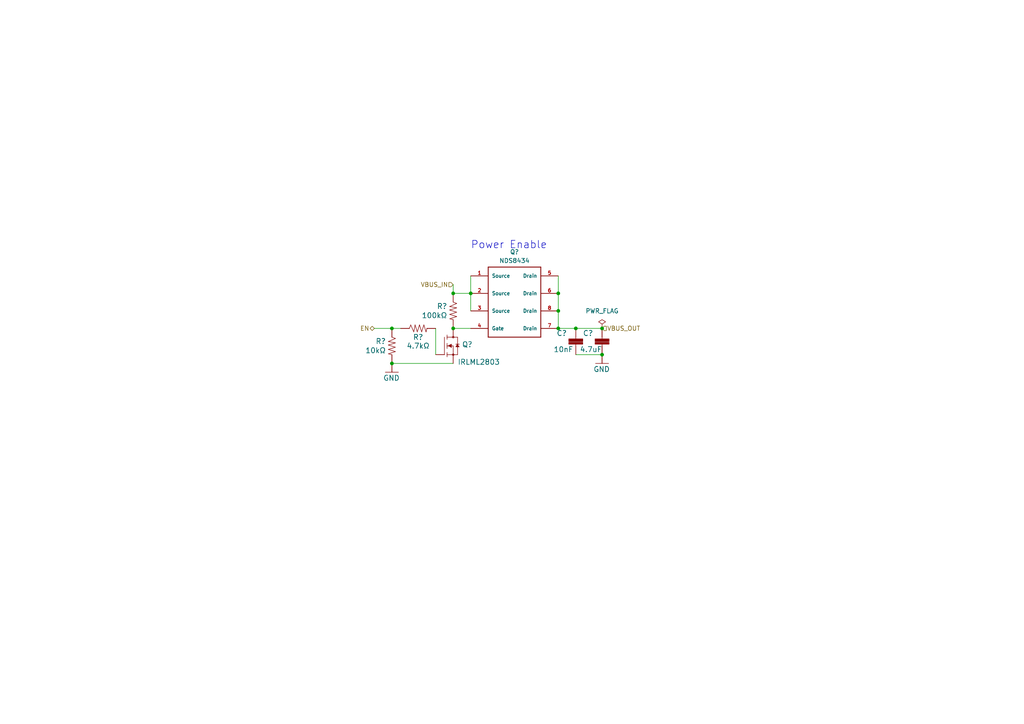
<source format=kicad_sch>
(kicad_sch (version 20230121) (generator eeschema)
  (paper "A4")
  (lib_symbols
    (symbol "adcs:NDS8434" (pin_names (offset 1.016))
      (property "Reference" "Q2" (at -1.27 11.43 0))
      (property "Value" "NDS8434" (at -5.08 -12.7 0))
      (symbol "NDS8434_0_0"
        (polyline (pts (xy -7.62 -10.16) (xy -7.62 10.16)) (stroke (width 0.254)))
        (polyline (pts (xy -7.62 10.16) (xy 7.62 10.16)) (stroke (width 0.254)))
        (polyline (pts (xy 7.62 -10.16) (xy -7.62 -10.16)) (stroke (width 0.254)))
        (polyline (pts (xy 7.62 10.16) (xy 7.62 -10.16)) (stroke (width 0.254)))
        (pin bidirectional line (at -12.7 7.62 0) (length 5.08) (name "Source") (number "1"))
        (pin bidirectional line (at -12.7 2.54 0) (length 5.08) (name "Source") (number "2"))
        (pin bidirectional line (at -12.7 -2.54 0) (length 5.08) (name "Source") (number "3"))
        (pin bidirectional line (at -12.7 -7.62 0) (length 5.08) (name "Gate") (number "4"))
        (pin bidirectional line (at 12.7 7.62 180) (length 5.08) (name "Drain") (number "5"))
        (pin bidirectional line (at 12.7 2.54 180) (length 5.08) (name "Drain") (number "6"))
        (pin bidirectional line (at 12.7 -7.62 180) (length 5.08) (name "Drain") (number "7"))
        (pin bidirectional line (at 12.7 -2.54 180) (length 5.08) (name "Drain") (number "8"))
      )
    )
    (symbol "mainboard:GND" (power) (pin_names (offset 1.016))
      (property "Value" "GND" (at -2.54 -2.54 0))
      (symbol "GND_1_0"
        (polyline (pts (xy -1.905 0) (xy 1.905 0)))
        (pin power_in line (at 0 2.54 270) (length 2.54) (name "GND") (number "1"))
      )
    )
    (symbol "mainboard:IRLML2803TRPBF" (pin_names (offset 1.016))
      (property "Reference" "Q" (at -11.43 1.27 0))
      (property "Value" "IRLML2803TRPBF" (at -11.43 3.81 0))
      (symbol "IRLML2803TRPBF_1_0"
        (polyline (pts (xy 0 2.54) (xy 0 -2.54)))
        (polyline (pts (xy 0.762 -2.54) (xy 0.762 -3.175)))
        (polyline (pts (xy 0.762 -1.905) (xy 0.762 -2.54)))
        (polyline (pts (xy 0.762 0) (xy 0.762 -0.762)))
        (polyline (pts (xy 0.762 0) (xy 2.54 0)))
        (polyline (pts (xy 0.762 0.762) (xy 0.762 0)))
        (polyline (pts (xy 0.762 2.54) (xy 0.762 1.905)))
        (polyline (pts (xy 0.762 2.54) (xy 3.81 2.54)))
        (polyline (pts (xy 0.762 3.175) (xy 0.762 2.54)))
        (polyline (pts (xy 2.54 -2.54) (xy 0.762 -2.54)))
        (polyline (pts (xy 2.54 -2.54) (xy 3.81 -2.54)))
        (polyline (pts (xy 2.54 0) (xy 2.54 -2.54)))
        (polyline (pts (xy 3.302 0.508) (xy 3.81 0.508)))
        (polyline (pts (xy 3.81 -0.508) (xy 3.81 -2.54)))
        (polyline (pts (xy 3.81 0.508) (xy 3.81 -0.508)))
        (polyline (pts (xy 3.81 0.508) (xy 4.318 0.508)))
        (polyline (pts (xy 3.81 2.54) (xy 3.81 0.508)))
        (polyline (pts (xy 1.016 0) (xy 2.032 0.508) (xy 2.032 -0.508)) (fill (type outline)))
        (polyline (pts (xy 3.81 0.508) (xy 3.302 -0.254) (xy 4.318 -0.254)) (fill (type outline)))
        (circle (center 2.54 -2.54) (radius 0.254))
        (circle (center 2.54 2.54) (radius 0.254))
        (pin passive line (at -2.54 -2.54 0) (length 2.54) (name "G") (number "1"))
        (pin passive line (at 2.54 -5.08 90) (length 2.54) (name "S") (number "2"))
        (pin passive line (at 2.54 5.08 270) (length 2.54) (name "D") (number "3"))
      )
    )
    (symbol "mainboard:R-US_R0603" (pin_names (offset 1.016))
      (property "Reference" "R" (at -3.81 1.4986 0))
      (property "Value" "R-US_R0603" (at -3.81 -3.302 0))
      (symbol "R-US_R0603_1_0"
        (polyline (pts (xy -2.54 0) (xy -2.159 1.016)))
        (polyline (pts (xy -2.159 1.016) (xy -1.27 -1.016)))
        (polyline (pts (xy -1.27 -1.016) (xy -0.889 1.016)))
        (polyline (pts (xy -0.889 1.016) (xy -0.254 -1.016)))
        (polyline (pts (xy -0.254 -1.016) (xy 0.381 1.016)))
        (polyline (pts (xy 0.381 1.016) (xy 1.016 -1.016)))
        (polyline (pts (xy 1.016 -1.016) (xy 1.651 1.016)))
        (polyline (pts (xy 1.651 1.016) (xy 2.286 -1.016)))
        (polyline (pts (xy 2.286 -1.016) (xy 2.54 0)))
        (pin passive line (at -5.08 0 0) (length 2.54) (name "1") (number "1"))
        (pin passive line (at 5.08 0 180) (length 2.54) (name "2") (number "2"))
      )
    )
    (symbol "power:PWR_FLAG" (power) (pin_numbers hide) (pin_names (offset 0) hide)
      (property "Value" "PWR_FLAG" (at 0 3.81 0))
      (symbol "PWR_FLAG_0_0"
        (pin power_out line (at 0 0 90) (length 0) (name "pwr") (number "1"))
      )
      (symbol "PWR_FLAG_0_1"
        (polyline (pts (xy 0 0) (xy 0 1.27) (xy -1.016 1.905) (xy 0 2.54) (xy 1.016 1.905) (xy 0 1.27)))
      )
    )
    (symbol "pycubed_mainboard:10NF_10000PF-50V-10%(0603)" (pin_names (offset 1.016))
      (property "Reference" "C" (at 1.27 2.921 0))
      (property "Value" "10NF_10000PF-50V-10%(0603)" (at 1.27 -2.159 0))
      (symbol "10NF_10000PF-50V-10%(0603)_1_0"
        (rectangle (start -2.032 0.508) (end 2.032 1.016) (fill (type outline)))
        (rectangle (start -2.032 1.27) (end 2.032 2.032) (fill (type outline)))
        (polyline (pts (xy 0 0) (xy 0 0.508)))
        (polyline (pts (xy 0 2.54) (xy 0 2.032)))
        (pin passive line (at 0 5.08 270) (length 2.54) (name "1") (number "1"))
        (pin passive line (at 0 -2.54 90) (length 2.54) (name "2") (number "2"))
      )
    )
  )
  (junction (at 131.445 85.09))
  (junction (at 131.445 95.25))
  (junction (at 161.925 95.25))
  (junction (at 113.665 95.25))
  (junction (at 174.625 102.87))
  (junction (at 161.925 90.17))
  (junction (at 136.525 85.09))
  (junction (at 113.665 105.41))
  (junction (at 167.005 95.25))
  (junction (at 174.625 95.25))
  (junction (at 161.925 85.09))
  (wire (pts (xy 113.665 95.25) (xy 108.585 95.25)))
  (wire (pts (xy 161.925 95.25) (xy 167.005 95.25)))
  (wire (pts (xy 136.525 85.09) (xy 131.445 85.09)))
  (wire (pts (xy 161.925 90.17) (xy 161.925 95.25)))
  (wire (pts (xy 136.525 80.01) (xy 136.525 85.09)))
  (wire (pts (xy 126.365 102.87) (xy 126.365 95.25)))
  (wire (pts (xy 136.525 85.09) (xy 136.525 90.17)))
  (wire (pts (xy 161.925 85.09) (xy 161.925 90.17)))
  (wire (pts (xy 167.005 95.25) (xy 174.625 95.25)))
  (wire (pts (xy 131.445 105.41) (xy 113.665 105.41)))
  (wire (pts (xy 116.205 95.25) (xy 113.665 95.25)))
  (wire (pts (xy 167.005 102.87) (xy 174.625 102.87)))
  (wire (pts (xy 131.445 85.09) (xy 131.445 82.55)))
  (wire (pts (xy 136.525 95.25) (xy 131.445 95.25)))
  (wire (pts (xy 161.925 80.01) (xy 161.925 85.09)))
  (text "Power Enable" (at 136.525 72.39 0) (effects (font (size 2.159 2.159)) (justify left bottom)))
  (hierarchical_label "VBUS_OUT" (shape input) (at 174.5996 95.25 0))
  (hierarchical_label "VBUS_IN" (shape input) (at 131.445 82.55 180))
  (hierarchical_label "EN" (shape bidirectional) (at 108.585 95.25 180))
  (symbol (lib_id "mainboard:R-US_R0603") (at 131.445 90.17 270) (unit 1)
    (property "Reference" "R?" (at 129.7432 88.8238 90) (effects (font (size 1.4986 1.4986)) (justify right)))
    (property "Value" "100kΩ" (at 129.7432 91.4908 90) (effects (font (size 1.4986 1.4986)) (justify right)))
    (property "Footprint" "adcs:Perfect_0402" (effects hide))
    (property "Footprint (for JLCPCB)" "0402" (effects hide))
    (instances (project "adcs-hardware" (path "" (reference "R?") (unit 1)) (path "" (reference "R?") (unit 1)) (path "" (reference "R?") (unit 1)) (path "" (reference "R?") (unit 1)) (path "" (reference "R?") (unit 1)) (path "" (reference "R?") (unit 1)) (path "" (reference "R?") (unit 1)) (path "" (reference "R?") (unit 1))) (project "cpu_board" (path "" (reference "R9") (unit 1))) (project "mainboard" (path "" (reference "R?") (unit 1))))
  )
  (symbol (lib_id "mainboard:GND") (at 113.665 107.95 0) (unit 1)
    (property "Reference" "#GND?" (effects hide))
    (property "Value" "GND" (at 111.125 110.49 0) (effects (font (size 1.4986 1.4986)) (justify left bottom)))
    (instances (project "adcs-hardware" (path "" (reference "#GND?") (unit 1)) (path "" (reference "#GND?") (unit 1)) (path "" (reference "#GND?") (unit 1)) (path "" (reference "#GND?") (unit 1)) (path "" (reference "#GND?") (unit 1)) (path "" (reference "#GND?") (unit 1)) (path "" (reference "#GND?") (unit 1)) (path "" (reference "#GND?") (unit 1))) (project "cpu_board" (path "" (reference "#GND010") (unit 1))) (project "mainboard" (path "" (reference "#GND?") (unit 1))))
  )
  (symbol (lib_id "pycubed_mainboard:10NF_10000PF-50V-10%(0603)") (at 174.625 100.33 0) (unit 1)
    (property "Reference" "C?" (at 169.037 96.647 0) (effects (font (size 1.4986 1.4986)) (justify left)))
    (property "Value" "4.7uF" (at 168.148 101.346 0) (effects (font (size 1.4986 1.4986)) (justify left)))
    (property "Footprint" "adcs:Perfect_0402" (effects hide))
    (property "Footprint (for JLCPCB)" "0402" (effects hide))
    (instances (project "adcs-hardware" (path "" (reference "C?") (unit 1)) (path "" (reference "C?") (unit 1)) (path "" (reference "C?") (unit 1)) (path "" (reference "C?") (unit 1)) (path "" (reference "C?") (unit 1)) (path "" (reference "C?") (unit 1)) (path "" (reference "C?") (unit 1)) (path "" (reference "C?") (unit 1)) (path "" (reference "C?") (unit 1))) (project "cpu_board" (path "" (reference "C11") (unit 1))))
  )
  (symbol (lib_id "adcs:NDS8434") (at 149.225 87.63 0) (unit 1)
    (property "Reference" "Q?" (at 149.225 73.0758 0))
    (property "Value" "NDS8434" (at 149.225 75.6158 0))
    (property "Footprint" "mainboard:NDS8434" (effects hide))
    (property "Datasheet" "https://www.onsemi.com/pdf/datasheet/nds8434-d.pdf" (effects hide))
    (property "Flight" "NDS8434" (effects hide))
    (property "Description" "P-Channel MOSFET" (effects hide))
    (property "Manufacturer_Name" "ON Semiconductor" (effects hide))
    (property "Proto" "DMP2022LSS-13" (effects hide))
    (property "JLCPCB P/N" "C185012" (effects hide))
    (instances (project "adcs-hardware" (path "" (reference "Q?") (unit 1)) (path "" (reference "Q?") (unit 1)) (path "" (reference "Q?") (unit 1)) (path "" (reference "Q?") (unit 1)) (path "" (reference "Q?") (unit 1)) (path "" (reference "Q?") (unit 1))) (project "cpu_board" (path "" (reference "Q2") (unit 1))))
  )
  (symbol (lib_id "mainboard:R-US_R0603") (at 121.285 95.25 0) (unit 1)
    (property "Reference" "R?" (at 121.285 97.79 0) (effects (font (size 1.4986 1.4986))))
    (property "Value" "4.7kΩ" (at 121.285 100.33 0) (effects (font (size 1.4986 1.4986))))
    (property "Footprint" "adcs:Perfect_0402" (effects hide))
    (property "Footprint (for JLCPCB)" "0402" (effects hide))
    (instances (project "adcs-hardware" (path "" (reference "R?") (unit 1)) (path "" (reference "R?") (unit 1)) (path "" (reference "R?") (unit 1)) (path "" (reference "R?") (unit 1)) (path "" (reference "R?") (unit 1)) (path "" (reference "R?") (unit 1)) (path "" (reference "R?") (unit 1)) (path "" (reference "R?") (unit 1))) (project "cpu_board" (path "" (reference "R4") (unit 1))) (project "mainboard" (path "" (reference "R?") (unit 1))))
  )
  (symbol (lib_id "mainboard:R-US_R0603") (at 113.665 100.33 270) (unit 1)
    (property "Reference" "R?" (at 111.9632 98.9838 90) (effects (font (size 1.4986 1.4986)) (justify right)))
    (property "Value" "10kΩ" (at 111.9632 101.6508 90) (effects (font (size 1.4986 1.4986)) (justify right)))
    (property "Footprint" "adcs:Perfect_0402" (effects hide))
    (property "Footprint (for JLCPCB)" "0402" (effects hide))
    (instances (project "adcs-hardware" (path "" (reference "R?") (unit 1)) (path "" (reference "R?") (unit 1)) (path "" (reference "R?") (unit 1)) (path "" (reference "R?") (unit 1)) (path "" (reference "R?") (unit 1)) (path "" (reference "R?") (unit 1)) (path "" (reference "R?") (unit 1)) (path "" (reference "R?") (unit 1))) (project "cpu_board" (path "" (reference "R2") (unit 1))) (project "mainboard" (path "" (reference "R?") (unit 1))))
  )
  (symbol (lib_id "mainboard:GND") (at 174.625 105.41 0) (unit 1)
    (property "Reference" "#GND?" (effects hide))
    (property "Value" "GND" (at 172.085 107.95 0) (effects (font (size 1.4986 1.4986)) (justify left bottom)))
    (instances (project "adcs-hardware" (path "" (reference "#GND?") (unit 1)) (path "" (reference "#GND?") (unit 1)) (path "" (reference "#GND?") (unit 1)) (path "" (reference "#GND?") (unit 1)) (path "" (reference "#GND?") (unit 1)) (path "" (reference "#GND?") (unit 1)) (path "" (reference "#GND?") (unit 1)) (path "" (reference "#GND?") (unit 1))) (project "cpu_board" (path "" (reference "#GND011") (unit 1))) (project "mainboard" (path "" (reference "#GND?") (unit 1))))
  )
  (symbol (lib_id "power:PWR_FLAG") (at 174.625 95.25 0) (unit 1)
    (property "Reference" "#FLG?" (effects hide))
    (property "Value" "PWR_FLAG" (at 174.625 90.1954 0))
    (instances (project "adcs-hardware" (path "" (reference "#FLG?") (unit 1)) (path "" (reference "#FLG?") (unit 1)) (path "" (reference "#FLG?") (unit 1)) (path "" (reference "#FLG?") (unit 1)) (path "" (reference "#FLG?") (unit 1)) (path "" (reference "#FLG?") (unit 1)) (path "" (reference "#FLG?") (unit 1)) (path "" (reference "#FLG?") (unit 1))) (project "cpu_board" (path "" (reference "#FLG026") (unit 1))))
  )
  (symbol (lib_id "pycubed_mainboard:10NF_10000PF-50V-10%(0603)") (at 167.005 100.33 0) (unit 1)
    (property "Reference" "C?" (at 161.417 96.647 0) (effects (font (size 1.4986 1.4986)) (justify left)))
    (property "Value" "10nF" (at 160.528 101.346 0) (effects (font (size 1.4986 1.4986)) (justify left)))
    (property "Footprint" "adcs:Perfect_0201" (effects hide))
    (property "Footprint (for JLCPCB)" "0402" (effects hide))
    (instances (project "adcs-hardware" (path "" (reference "C?") (unit 1)) (path "" (reference "C?") (unit 1)) (path "" (reference "C?") (unit 1)) (path "" (reference "C?") (unit 1)) (path "" (reference "C?") (unit 1)) (path "" (reference "C?") (unit 1)) (path "" (reference "C?") (unit 1)) (path "" (reference "C?") (unit 1)) (path "" (reference "C?") (unit 1))) (project "cpu_board" (path "" (reference "C7") (unit 1))))
  )
  (symbol (lib_id "mainboard:IRLML2803TRPBF") (at 128.905 100.33 0) (unit 1)
    (property "Reference" "Q?" (at 133.985 99.06 0) (effects (font (size 1.4986 1.4986)) (justify left top)))
    (property "Value" "IRLML2803" (at 132.715 104.14 0) (effects (font (size 1.4986 1.4986)) (justify left top)))
    (property "Footprint" "mainboard:SOT-23" (effects hide))
    (property "Datasheet" "https://www.infineon.com/dgdl/irlml2803pbf.pdf?fileId=5546d462533600a4015356682aff260f" (effects hide))
    (property "Description" "Single N-Channel MOSFET" (effects hide))
    (property "Flight" "IRLML2803" (effects hide))
    (property "Manufacturer_Name" "Infineon Technologies" (effects hide))
    (property "Proto" "2302" (effects hide))
    (property "JLCPCB P/N" "C2590" (effects hide))
    (instances (project "adcs-hardware" (path "" (reference "Q?") (unit 1)) (path "" (reference "Q?") (unit 1)) (path "" (reference "Q?") (unit 1)) (path "" (reference "Q?") (unit 1)) (path "" (reference "Q?") (unit 1)) (path "" (reference "Q?") (unit 1)) (path "" (reference "Q?") (unit 1)) (path "" (reference "Q?") (unit 1))) (project "cpu_board" (path "" (reference "Q1") (unit 1))) (project "mainboard" (path "" (reference "Q?") (unit 1))))
  )
)
</source>
